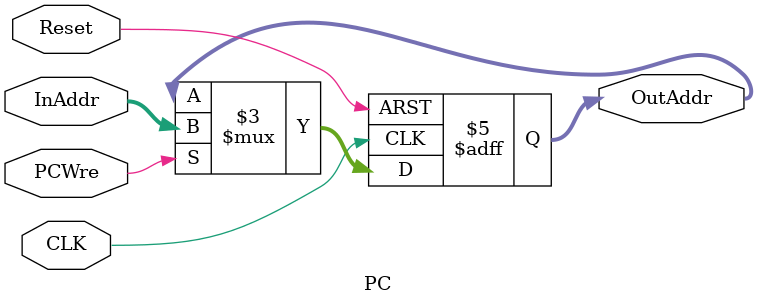
<source format=v>
`timescale 1ns / 1ps

module PC(
	input CLK,
	input Reset,
	input PCWre,
	input [31:0] InAddr,
	output reg [31:0] OutAddr
	);
	
	initial begin
		OutAddr <= 0;
	end
	
	always@(posedge CLK or posedge Reset) begin
		if (Reset == 1) OutAddr <= 0;
		else OutAddr <= PCWre ? InAddr : OutAddr; 
	end

endmodule

</source>
